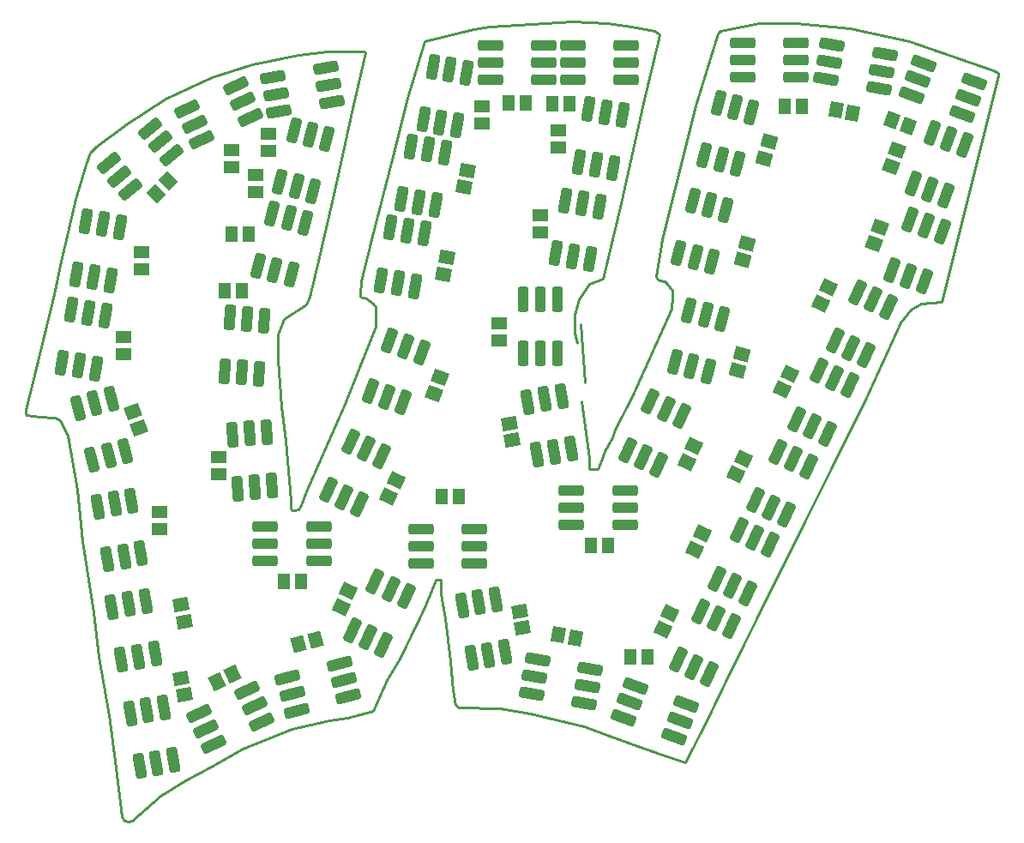
<source format=gtp>
G04*
G04 #@! TF.GenerationSoftware,Altium Limited,Altium Designer,18.0.9 (584)*
G04*
G04 Layer_Color=8421504*
%FSLAX25Y25*%
%MOIN*%
G70*
G01*
G75*
%ADD10C,0.01000*%
G04:AMPARAMS|DCode=11|XSize=98.43mil|YSize=43.31mil|CornerRadius=10.83mil|HoleSize=0mil|Usage=FLASHONLY|Rotation=0.000|XOffset=0mil|YOffset=0mil|HoleType=Round|Shape=RoundedRectangle|*
%AMROUNDEDRECTD11*
21,1,0.09843,0.02165,0,0,0.0*
21,1,0.07677,0.04331,0,0,0.0*
1,1,0.02165,0.03839,-0.01083*
1,1,0.02165,-0.03839,-0.01083*
1,1,0.02165,-0.03839,0.01083*
1,1,0.02165,0.03839,0.01083*
%
%ADD11ROUNDEDRECTD11*%
G04:AMPARAMS|DCode=12|XSize=98.43mil|YSize=43.31mil|CornerRadius=10.83mil|HoleSize=0mil|Usage=FLASHONLY|Rotation=80.000|XOffset=0mil|YOffset=0mil|HoleType=Round|Shape=RoundedRectangle|*
%AMROUNDEDRECTD12*
21,1,0.09843,0.02165,0,0,80.0*
21,1,0.07677,0.04331,0,0,80.0*
1,1,0.02165,0.01733,0.03592*
1,1,0.02165,0.00400,-0.03968*
1,1,0.02165,-0.01733,-0.03592*
1,1,0.02165,-0.00400,0.03968*
%
%ADD12ROUNDEDRECTD12*%
G04:AMPARAMS|DCode=13|XSize=98.43mil|YSize=43.31mil|CornerRadius=10.83mil|HoleSize=0mil|Usage=FLASHONLY|Rotation=70.000|XOffset=0mil|YOffset=0mil|HoleType=Round|Shape=RoundedRectangle|*
%AMROUNDEDRECTD13*
21,1,0.09843,0.02165,0,0,70.0*
21,1,0.07677,0.04331,0,0,70.0*
1,1,0.02165,0.02330,0.03237*
1,1,0.02165,-0.00296,-0.03977*
1,1,0.02165,-0.02330,-0.03237*
1,1,0.02165,0.00296,0.03977*
%
%ADD13ROUNDEDRECTD13*%
G04:AMPARAMS|DCode=14|XSize=98.43mil|YSize=43.31mil|CornerRadius=10.83mil|HoleSize=0mil|Usage=FLASHONLY|Rotation=65.000|XOffset=0mil|YOffset=0mil|HoleType=Round|Shape=RoundedRectangle|*
%AMROUNDEDRECTD14*
21,1,0.09843,0.02165,0,0,65.0*
21,1,0.07677,0.04331,0,0,65.0*
1,1,0.02165,0.02604,0.03021*
1,1,0.02165,-0.00641,-0.03937*
1,1,0.02165,-0.02604,-0.03021*
1,1,0.02165,0.00641,0.03937*
%
%ADD14ROUNDEDRECTD14*%
G04:AMPARAMS|DCode=15|XSize=98.43mil|YSize=43.31mil|CornerRadius=10.83mil|HoleSize=0mil|Usage=FLASHONLY|Rotation=275.000|XOffset=0mil|YOffset=0mil|HoleType=Round|Shape=RoundedRectangle|*
%AMROUNDEDRECTD15*
21,1,0.09843,0.02165,0,0,275.0*
21,1,0.07677,0.04331,0,0,275.0*
1,1,0.02165,-0.00744,-0.03918*
1,1,0.02165,-0.01413,0.03730*
1,1,0.02165,0.00744,0.03918*
1,1,0.02165,0.01413,-0.03730*
%
%ADD15ROUNDEDRECTD15*%
G04:AMPARAMS|DCode=16|XSize=98.43mil|YSize=43.31mil|CornerRadius=10.83mil|HoleSize=0mil|Usage=FLASHONLY|Rotation=265.000|XOffset=0mil|YOffset=0mil|HoleType=Round|Shape=RoundedRectangle|*
%AMROUNDEDRECTD16*
21,1,0.09843,0.02165,0,0,265.0*
21,1,0.07677,0.04331,0,0,265.0*
1,1,0.02165,-0.01413,-0.03730*
1,1,0.02165,-0.00744,0.03918*
1,1,0.02165,0.01413,0.03730*
1,1,0.02165,0.00744,-0.03918*
%
%ADD16ROUNDEDRECTD16*%
G04:AMPARAMS|DCode=17|XSize=98.43mil|YSize=43.31mil|CornerRadius=10.83mil|HoleSize=0mil|Usage=FLASHONLY|Rotation=255.000|XOffset=0mil|YOffset=0mil|HoleType=Round|Shape=RoundedRectangle|*
%AMROUNDEDRECTD17*
21,1,0.09843,0.02165,0,0,255.0*
21,1,0.07677,0.04331,0,0,255.0*
1,1,0.02165,-0.02039,-0.03428*
1,1,0.02165,-0.00052,0.03988*
1,1,0.02165,0.02039,0.03428*
1,1,0.02165,0.00052,-0.03988*
%
%ADD17ROUNDEDRECTD17*%
G04:AMPARAMS|DCode=18|XSize=98.43mil|YSize=43.31mil|CornerRadius=10.83mil|HoleSize=0mil|Usage=FLASHONLY|Rotation=10.000|XOffset=0mil|YOffset=0mil|HoleType=Round|Shape=RoundedRectangle|*
%AMROUNDEDRECTD18*
21,1,0.09843,0.02165,0,0,10.0*
21,1,0.07677,0.04331,0,0,10.0*
1,1,0.02165,0.03968,-0.00400*
1,1,0.02165,-0.03592,-0.01733*
1,1,0.02165,-0.03968,0.00400*
1,1,0.02165,0.03592,0.01733*
%
%ADD18ROUNDEDRECTD18*%
G04:AMPARAMS|DCode=19|XSize=98.43mil|YSize=43.31mil|CornerRadius=10.83mil|HoleSize=0mil|Usage=FLASHONLY|Rotation=25.000|XOffset=0mil|YOffset=0mil|HoleType=Round|Shape=RoundedRectangle|*
%AMROUNDEDRECTD19*
21,1,0.09843,0.02165,0,0,25.0*
21,1,0.07677,0.04331,0,0,25.0*
1,1,0.02165,0.03937,0.00641*
1,1,0.02165,-0.03021,-0.02604*
1,1,0.02165,-0.03937,-0.00641*
1,1,0.02165,0.03021,0.02604*
%
%ADD19ROUNDEDRECTD19*%
G04:AMPARAMS|DCode=20|XSize=98.43mil|YSize=43.31mil|CornerRadius=10.83mil|HoleSize=0mil|Usage=FLASHONLY|Rotation=40.000|XOffset=0mil|YOffset=0mil|HoleType=Round|Shape=RoundedRectangle|*
%AMROUNDEDRECTD20*
21,1,0.09843,0.02165,0,0,40.0*
21,1,0.07677,0.04331,0,0,40.0*
1,1,0.02165,0.03637,0.01638*
1,1,0.02165,-0.02245,-0.03297*
1,1,0.02165,-0.03637,-0.01638*
1,1,0.02165,0.02245,0.03297*
%
%ADD20ROUNDEDRECTD20*%
G04:AMPARAMS|DCode=21|XSize=98.43mil|YSize=43.31mil|CornerRadius=10.83mil|HoleSize=0mil|Usage=FLASHONLY|Rotation=105.000|XOffset=0mil|YOffset=0mil|HoleType=Round|Shape=RoundedRectangle|*
%AMROUNDEDRECTD21*
21,1,0.09843,0.02165,0,0,105.0*
21,1,0.07677,0.04331,0,0,105.0*
1,1,0.02165,0.00052,0.03988*
1,1,0.02165,0.02039,-0.03428*
1,1,0.02165,-0.00052,-0.03988*
1,1,0.02165,-0.02039,0.03428*
%
%ADD21ROUNDEDRECTD21*%
G04:AMPARAMS|DCode=22|XSize=98.43mil|YSize=43.31mil|CornerRadius=10.83mil|HoleSize=0mil|Usage=FLASHONLY|Rotation=100.000|XOffset=0mil|YOffset=0mil|HoleType=Round|Shape=RoundedRectangle|*
%AMROUNDEDRECTD22*
21,1,0.09843,0.02165,0,0,100.0*
21,1,0.07677,0.04331,0,0,100.0*
1,1,0.02165,0.00400,0.03968*
1,1,0.02165,0.01733,-0.03592*
1,1,0.02165,-0.00400,-0.03968*
1,1,0.02165,-0.01733,0.03592*
%
%ADD22ROUNDEDRECTD22*%
G04:AMPARAMS|DCode=23|XSize=98.43mil|YSize=43.31mil|CornerRadius=10.83mil|HoleSize=0mil|Usage=FLASHONLY|Rotation=195.000|XOffset=0mil|YOffset=0mil|HoleType=Round|Shape=RoundedRectangle|*
%AMROUNDEDRECTD23*
21,1,0.09843,0.02165,0,0,195.0*
21,1,0.07677,0.04331,0,0,195.0*
1,1,0.02165,-0.03988,0.00052*
1,1,0.02165,0.03428,0.02039*
1,1,0.02165,0.03988,-0.00052*
1,1,0.02165,-0.03428,-0.02039*
%
%ADD23ROUNDEDRECTD23*%
G04:AMPARAMS|DCode=24|XSize=98.43mil|YSize=43.31mil|CornerRadius=10.83mil|HoleSize=0mil|Usage=FLASHONLY|Rotation=170.000|XOffset=0mil|YOffset=0mil|HoleType=Round|Shape=RoundedRectangle|*
%AMROUNDEDRECTD24*
21,1,0.09843,0.02165,0,0,170.0*
21,1,0.07677,0.04331,0,0,170.0*
1,1,0.02165,-0.03592,0.01733*
1,1,0.02165,0.03968,0.00400*
1,1,0.02165,0.03592,-0.01733*
1,1,0.02165,-0.03968,-0.00400*
%
%ADD24ROUNDEDRECTD24*%
G04:AMPARAMS|DCode=25|XSize=98.43mil|YSize=43.31mil|CornerRadius=10.83mil|HoleSize=0mil|Usage=FLASHONLY|Rotation=160.000|XOffset=0mil|YOffset=0mil|HoleType=Round|Shape=RoundedRectangle|*
%AMROUNDEDRECTD25*
21,1,0.09843,0.02165,0,0,160.0*
21,1,0.07677,0.04331,0,0,160.0*
1,1,0.02165,-0.03237,0.02330*
1,1,0.02165,0.03977,-0.00296*
1,1,0.02165,0.03237,-0.02330*
1,1,0.02165,-0.03977,0.00296*
%
%ADD25ROUNDEDRECTD25*%
G04:AMPARAMS|DCode=26|XSize=98.43mil|YSize=43.31mil|CornerRadius=10.83mil|HoleSize=0mil|Usage=FLASHONLY|Rotation=270.000|XOffset=0mil|YOffset=0mil|HoleType=Round|Shape=RoundedRectangle|*
%AMROUNDEDRECTD26*
21,1,0.09843,0.02165,0,0,270.0*
21,1,0.07677,0.04331,0,0,270.0*
1,1,0.02165,-0.01083,-0.03839*
1,1,0.02165,-0.01083,0.03839*
1,1,0.02165,0.01083,0.03839*
1,1,0.02165,0.01083,-0.03839*
%
%ADD26ROUNDEDRECTD26*%
%ADD27R,0.05118X0.05906*%
%ADD28R,0.05906X0.05118*%
G04:AMPARAMS|DCode=29|XSize=59.06mil|YSize=51.18mil|CornerRadius=0mil|HoleSize=0mil|Usage=FLASHONLY|Rotation=170.000|XOffset=0mil|YOffset=0mil|HoleType=Round|Shape=Rectangle|*
%AMROTATEDRECTD29*
4,1,4,0.03352,0.02007,0.02464,-0.03033,-0.03352,-0.02007,-0.02464,0.03033,0.03352,0.02007,0.0*
%
%ADD29ROTATEDRECTD29*%

G04:AMPARAMS|DCode=30|XSize=59.06mil|YSize=51.18mil|CornerRadius=0mil|HoleSize=0mil|Usage=FLASHONLY|Rotation=160.000|XOffset=0mil|YOffset=0mil|HoleType=Round|Shape=Rectangle|*
%AMROTATEDRECTD30*
4,1,4,0.03650,0.01395,0.01899,-0.03415,-0.03650,-0.01395,-0.01899,0.03415,0.03650,0.01395,0.0*
%
%ADD30ROTATEDRECTD30*%

G04:AMPARAMS|DCode=31|XSize=59.06mil|YSize=51.18mil|CornerRadius=0mil|HoleSize=0mil|Usage=FLASHONLY|Rotation=155.000|XOffset=0mil|YOffset=0mil|HoleType=Round|Shape=Rectangle|*
%AMROTATEDRECTD31*
4,1,4,0.03758,0.01071,0.01595,-0.03567,-0.03758,-0.01071,-0.01595,0.03567,0.03758,0.01071,0.0*
%
%ADD31ROTATEDRECTD31*%

G04:AMPARAMS|DCode=32|XSize=59.06mil|YSize=51.18mil|CornerRadius=0mil|HoleSize=0mil|Usage=FLASHONLY|Rotation=135.000|XOffset=0mil|YOffset=0mil|HoleType=Round|Shape=Rectangle|*
%AMROTATEDRECTD32*
4,1,4,0.03897,-0.00278,0.00278,-0.03897,-0.03897,0.00278,-0.00278,0.03897,0.03897,-0.00278,0.0*
%
%ADD32ROTATEDRECTD32*%

G04:AMPARAMS|DCode=33|XSize=59.06mil|YSize=51.18mil|CornerRadius=0mil|HoleSize=0mil|Usage=FLASHONLY|Rotation=20.000|XOffset=0mil|YOffset=0mil|HoleType=Round|Shape=Rectangle|*
%AMROTATEDRECTD33*
4,1,4,-0.01899,-0.03415,-0.03650,0.01395,0.01899,0.03415,0.03650,-0.01395,-0.01899,-0.03415,0.0*
%
%ADD33ROTATEDRECTD33*%

G04:AMPARAMS|DCode=34|XSize=59.06mil|YSize=51.18mil|CornerRadius=0mil|HoleSize=0mil|Usage=FLASHONLY|Rotation=190.000|XOffset=0mil|YOffset=0mil|HoleType=Round|Shape=Rectangle|*
%AMROTATEDRECTD34*
4,1,4,0.02464,0.03033,0.03352,-0.02007,-0.02464,-0.03033,-0.03352,0.02007,0.02464,0.03033,0.0*
%
%ADD34ROTATEDRECTD34*%

G04:AMPARAMS|DCode=35|XSize=59.06mil|YSize=51.18mil|CornerRadius=0mil|HoleSize=0mil|Usage=FLASHONLY|Rotation=295.000|XOffset=0mil|YOffset=0mil|HoleType=Round|Shape=Rectangle|*
%AMROTATEDRECTD35*
4,1,4,-0.03567,0.01595,0.01071,0.03758,0.03567,-0.01595,-0.01071,-0.03758,-0.03567,0.01595,0.0*
%
%ADD35ROTATEDRECTD35*%

G04:AMPARAMS|DCode=36|XSize=59.06mil|YSize=51.18mil|CornerRadius=0mil|HoleSize=0mil|Usage=FLASHONLY|Rotation=285.000|XOffset=0mil|YOffset=0mil|HoleType=Round|Shape=Rectangle|*
%AMROTATEDRECTD36*
4,1,4,-0.03236,0.02190,0.01708,0.03515,0.03236,-0.02190,-0.01708,-0.03515,-0.03236,0.02190,0.0*
%
%ADD36ROTATEDRECTD36*%

G04:AMPARAMS|DCode=37|XSize=59.06mil|YSize=51.18mil|CornerRadius=0mil|HoleSize=0mil|Usage=FLASHONLY|Rotation=260.000|XOffset=0mil|YOffset=0mil|HoleType=Round|Shape=Rectangle|*
%AMROTATEDRECTD37*
4,1,4,-0.02007,0.03352,0.03033,0.02464,0.02007,-0.03352,-0.03033,-0.02464,-0.02007,0.03352,0.0*
%
%ADD37ROTATEDRECTD37*%

G04:AMPARAMS|DCode=38|XSize=59.06mil|YSize=51.18mil|CornerRadius=0mil|HoleSize=0mil|Usage=FLASHONLY|Rotation=70.000|XOffset=0mil|YOffset=0mil|HoleType=Round|Shape=Rectangle|*
%AMROTATEDRECTD38*
4,1,4,0.01395,-0.03650,-0.03415,-0.01899,-0.01395,0.03650,0.03415,0.01899,0.01395,-0.03650,0.0*
%
%ADD38ROTATEDRECTD38*%

G04:AMPARAMS|DCode=39|XSize=59.06mil|YSize=51.18mil|CornerRadius=0mil|HoleSize=0mil|Usage=FLASHONLY|Rotation=165.000|XOffset=0mil|YOffset=0mil|HoleType=Round|Shape=Rectangle|*
%AMROTATEDRECTD39*
4,1,4,0.03515,0.01708,0.02190,-0.03236,-0.03515,-0.01708,-0.02190,0.03236,0.03515,0.01708,0.0*
%
%ADD39ROTATEDRECTD39*%

D10*
X418200Y351247D02*
X419700Y328747D01*
X542500Y352000D02*
X546500Y357000D01*
X311500Y286500D02*
X317500Y300000D01*
X306000Y194000D02*
X320500Y197500D01*
X230000Y420500D02*
X241500Y429000D01*
X337500Y201000D02*
X343000Y213000D01*
X214000Y315000D02*
X216000Y314000D01*
X313000Y362000D02*
X316500Y377500D01*
X446000Y340500D02*
X453500Y357500D01*
X450000Y184000D02*
X456000Y182000D01*
X427000Y369000D02*
X434000Y398500D01*
X450000Y384500D02*
X463000Y436500D01*
X416000Y348000D02*
X417000Y344000D01*
X231000Y222000D02*
X235000Y199500D01*
X431500Y310500D02*
X438500Y324000D01*
X472500Y465500D02*
X487500Y468500D01*
X290500Y452500D02*
X308500Y456000D01*
X417500Y361000D02*
X421500Y367000D01*
X333000Y336500D02*
X338500Y350500D01*
X427500Y192000D02*
X438500Y188000D01*
X308500Y279500D02*
X309500Y281000D01*
X398500Y200000D02*
X419500Y195000D01*
X329000Y432500D02*
X334000Y454000D01*
X357500Y241500D02*
X361000Y249500D01*
X222500Y287000D02*
X224500Y267000D01*
X257000Y439000D02*
X275000Y447500D01*
X456000Y182000D02*
X459000Y181000D01*
X502000Y468500D02*
X523000Y466500D01*
X453500Y357500D02*
X454000Y362000D01*
X546000Y461500D02*
X578500Y450000D01*
X438500Y324000D02*
X446000Y340500D01*
X415000Y469000D02*
X428500Y468500D01*
X216000Y374500D02*
X222000Y400000D01*
X419500Y195000D02*
X427500Y192000D01*
X471500Y464500D02*
X472500Y465500D01*
X416000Y355000D02*
X417500Y361000D01*
X287000Y186500D02*
X306000Y194000D01*
X242500Y158000D02*
X244000Y158500D01*
X224500Y267000D02*
X229000Y239500D01*
X300500Y337500D02*
Y347500D01*
X383000Y467000D02*
X415000Y469000D01*
X428500Y468500D02*
X438000Y467000D01*
X334000Y457500D02*
X334500Y457000D01*
X528500Y321500D02*
X542500Y352000D01*
X303000Y353500D02*
X311500Y359000D01*
X215000Y369500D02*
X216000Y374500D01*
X426000Y297500D02*
X427500Y302000D01*
X448500Y462500D02*
X449000Y464000D01*
X345000Y415500D02*
X351000Y439500D01*
X332500Y362000D02*
X335000Y361500D01*
X255000Y168000D02*
X264500Y174000D01*
X275000Y447500D02*
X290500Y452500D01*
X208000Y315500D02*
X214000Y315000D01*
X241000Y158500D02*
X242500Y158000D01*
X303500Y306000D02*
X305500Y283000D01*
X244000Y158500D02*
X255000Y168000D01*
X448000Y369000D02*
X449000Y368500D01*
X523000Y466500D02*
X546000Y461500D01*
X274500Y179500D02*
X287000Y186500D01*
X454000Y362000D02*
Y364500D01*
X367500Y220500D02*
X368500Y209000D01*
X429000Y304500D02*
X430500Y307500D01*
X264500Y174000D02*
X274500Y179500D01*
X447500Y370000D02*
X450000Y384500D01*
X354500Y235000D02*
X357500Y241500D01*
X365500Y237000D02*
X367500Y220500D01*
X452000Y367000D02*
X454000Y364500D01*
X421500Y367000D02*
X427000Y369000D01*
X416000Y348000D02*
Y355000D01*
X580500Y448000D02*
Y449000D01*
X447500Y370000D02*
X448000Y369000D01*
X427500Y302000D02*
X429000Y304500D01*
X222000Y400000D02*
X226000Y413500D01*
X449000Y368500D02*
X451000Y368000D01*
X337500Y359500D02*
X338500Y358000D01*
X558500Y360000D02*
X580500Y448000D01*
X322500Y403500D02*
X329000Y432500D01*
X311500Y359000D02*
X313000Y362000D01*
X219000Y308000D02*
X222500Y287000D01*
X387000Y202000D02*
X398500Y200000D01*
X308500Y456000D02*
X320000Y457500D01*
X421500Y295000D02*
Y299500D01*
X227500Y418000D02*
X230000Y420500D01*
X463000Y436500D02*
X471500Y464500D01*
X376500Y466000D02*
X383000Y467000D01*
X487500Y468500D02*
X502000D01*
X425000Y295000D02*
X426000Y297500D01*
X334000Y454000D02*
X334500Y457000D01*
X213500Y363000D02*
X215000Y369500D01*
X362000Y252000D02*
X364000D01*
X430500Y307500D02*
X431500Y310500D01*
X332500Y363000D02*
X333000Y368000D01*
X203000Y316000D02*
X208000Y315500D01*
X459000Y181000D02*
X467500Y198000D01*
X476000Y215500D02*
X492500Y249000D01*
X528500Y321500D01*
X451000Y368000D02*
X452000Y367000D01*
X226000Y413500D02*
X227500Y418000D01*
X240000Y160000D02*
X241000Y158500D01*
X241500Y429000D02*
X257000Y439000D01*
X316500Y377500D02*
X322500Y403500D01*
X237500Y179000D02*
X240000Y160000D01*
X320500Y197500D02*
X327500Y198500D01*
X467500Y198000D02*
X476000Y215500D01*
X438500Y188000D02*
X450000Y184000D01*
X333000Y368000D02*
X337000Y384500D01*
X302000Y319500D02*
X303500Y306000D01*
X364000Y246500D02*
Y252000D01*
X421500Y295000D02*
X425000D01*
X335000Y361500D02*
X337500Y359500D01*
X202500Y316500D02*
Y318000D01*
X578500Y450000D02*
X580500Y449000D01*
X368500Y209000D02*
X369500Y203500D01*
X338500Y350500D02*
Y358000D01*
X438500Y419500D02*
X442500Y437500D01*
X357500Y461500D02*
X376500Y466000D01*
X235000Y199500D02*
X237500Y179000D01*
X550500Y359500D02*
X558500Y360000D01*
X206500Y334500D02*
X213500Y363000D01*
X369500Y203500D02*
X371000Y202500D01*
X202500Y318000D02*
X206500Y334500D01*
X320000Y457500D02*
X334000D01*
X447000Y465500D02*
X449000Y464000D01*
X361000Y249500D02*
X362000Y252000D01*
X300500Y337500D02*
X302000Y319500D01*
X364000Y246500D02*
X365500Y237000D01*
X229000Y239500D02*
X231000Y222000D01*
X418500Y321500D02*
X421500Y299500D01*
X343000Y213000D02*
X348000Y221500D01*
X351000Y439500D02*
X357500Y461500D01*
X305500Y280000D02*
Y283000D01*
X327500Y198500D02*
X337500Y201000D01*
X442500Y437500D02*
X448500Y462500D01*
X317500Y300000D02*
X326500Y320500D01*
X434000Y398500D02*
X438500Y419500D01*
X300500Y347500D02*
X303000Y353500D01*
X307000Y279000D02*
X308500Y279500D01*
X202500Y316500D02*
X203000Y316000D01*
X337000Y384500D02*
X345000Y415500D01*
X309500Y281000D02*
X311500Y286500D01*
X371000Y202500D02*
X387000Y202000D01*
X348000Y221500D02*
X354500Y235000D01*
X546500Y357000D02*
X550500Y359500D01*
X332500Y362000D02*
Y363000D01*
X305500Y280000D02*
X306000Y279000D01*
X216000Y314000D02*
X219000Y308000D01*
X438000Y467000D02*
X447000Y465500D01*
X306000Y279000D02*
X307000D01*
X326500Y320500D02*
X333000Y336500D01*
D11*
X435933Y459693D02*
D03*
Y453000D02*
D03*
Y446307D02*
D03*
X415067D02*
D03*
Y453000D02*
D03*
Y459693D02*
D03*
X403933D02*
D03*
Y453000D02*
D03*
Y446307D02*
D03*
X383067D02*
D03*
Y453000D02*
D03*
Y459693D02*
D03*
X316433Y272693D02*
D03*
Y266000D02*
D03*
Y259307D02*
D03*
X295567D02*
D03*
Y266000D02*
D03*
Y272693D02*
D03*
X356067Y258307D02*
D03*
Y265000D02*
D03*
Y271693D02*
D03*
X376933D02*
D03*
Y265000D02*
D03*
Y258307D02*
D03*
X501933Y460693D02*
D03*
Y454000D02*
D03*
Y447307D02*
D03*
X481067D02*
D03*
Y454000D02*
D03*
Y460693D02*
D03*
X435433Y286693D02*
D03*
Y280000D02*
D03*
Y273307D02*
D03*
X414567D02*
D03*
Y280000D02*
D03*
Y286693D02*
D03*
D12*
X360720Y451437D02*
D03*
X367312Y450275D02*
D03*
X373903Y449112D02*
D03*
X370280Y428563D02*
D03*
X363688Y429725D02*
D03*
X357097Y430888D02*
D03*
X352220Y420437D02*
D03*
X358812Y419275D02*
D03*
X365403Y418112D02*
D03*
X361780Y397563D02*
D03*
X355188Y398725D02*
D03*
X348597Y399888D02*
D03*
X344220Y388937D02*
D03*
X350812Y387775D02*
D03*
X357403Y386612D02*
D03*
X353780Y366063D02*
D03*
X347188Y367225D02*
D03*
X340597Y368388D02*
D03*
X225941Y391373D02*
D03*
X232532Y390211D02*
D03*
X239123Y389049D02*
D03*
X235500Y368500D02*
D03*
X228909Y369662D02*
D03*
X222318Y370824D02*
D03*
X220220Y356937D02*
D03*
X226812Y355775D02*
D03*
X233403Y354612D02*
D03*
X229780Y334063D02*
D03*
X223188Y335225D02*
D03*
X216597Y336388D02*
D03*
X421780Y376563D02*
D03*
X415188Y377725D02*
D03*
X408597Y378888D02*
D03*
X412220Y399437D02*
D03*
X418812Y398275D02*
D03*
X425403Y397112D02*
D03*
X430780Y412063D02*
D03*
X424188Y413225D02*
D03*
X417597Y414388D02*
D03*
X421220Y434937D02*
D03*
X427812Y433775D02*
D03*
X434403Y432612D02*
D03*
D13*
X343779Y345093D02*
D03*
X350068Y342804D02*
D03*
X356358Y340515D02*
D03*
X349221Y320907D02*
D03*
X342932Y323196D02*
D03*
X336642Y325485D02*
D03*
X551721Y367907D02*
D03*
X545432Y370196D02*
D03*
X539142Y372485D02*
D03*
X546279Y392093D02*
D03*
X552568Y389804D02*
D03*
X558858Y387515D02*
D03*
X560221Y401407D02*
D03*
X553932Y403696D02*
D03*
X547642Y405985D02*
D03*
X554779Y425593D02*
D03*
X561068Y423304D02*
D03*
X567358Y421015D02*
D03*
D14*
X328843Y305784D02*
D03*
X334909Y302956D02*
D03*
X340975Y300127D02*
D03*
X332157Y281216D02*
D03*
X326091Y284044D02*
D03*
X320025Y286873D02*
D03*
X341657Y226716D02*
D03*
X335591Y229544D02*
D03*
X329525Y232373D02*
D03*
X338343Y251284D02*
D03*
X344409Y248456D02*
D03*
X350475Y245627D02*
D03*
X468157Y215216D02*
D03*
X462091Y218044D02*
D03*
X456025Y220873D02*
D03*
X464843Y239784D02*
D03*
X470909Y236956D02*
D03*
X476975Y234127D02*
D03*
X483157Y246716D02*
D03*
X477091Y249544D02*
D03*
X471025Y252373D02*
D03*
X479843Y271284D02*
D03*
X485909Y268456D02*
D03*
X491975Y265627D02*
D03*
X498157Y277216D02*
D03*
X492091Y280044D02*
D03*
X486025Y282873D02*
D03*
X494843Y301784D02*
D03*
X500909Y298956D02*
D03*
X506975Y296127D02*
D03*
X514157Y308716D02*
D03*
X508091Y311544D02*
D03*
X502025Y314373D02*
D03*
X510843Y333284D02*
D03*
X516909Y330456D02*
D03*
X522975Y327627D02*
D03*
X529157Y339216D02*
D03*
X523091Y342044D02*
D03*
X517025Y344873D02*
D03*
X525843Y363784D02*
D03*
X531909Y360956D02*
D03*
X537975Y358127D02*
D03*
X445343Y321284D02*
D03*
X451409Y318456D02*
D03*
X457475Y315627D02*
D03*
X448657Y296716D02*
D03*
X442591Y299544D02*
D03*
X436525Y302373D02*
D03*
D15*
X298077Y288690D02*
D03*
X291409Y288107D02*
D03*
X284742Y287523D02*
D03*
X282923Y308310D02*
D03*
X289591Y308893D02*
D03*
X296258Y309477D02*
D03*
D16*
X293258Y332023D02*
D03*
X286591Y332607D02*
D03*
X279923Y333190D02*
D03*
X281742Y353977D02*
D03*
X288409Y353393D02*
D03*
X295077Y352810D02*
D03*
D17*
X305765Y370690D02*
D03*
X299300Y372422D02*
D03*
X292835Y374155D02*
D03*
X298235Y394310D02*
D03*
X304700Y392578D02*
D03*
X311165Y390845D02*
D03*
X314265Y403190D02*
D03*
X307800Y404922D02*
D03*
X301335Y406655D02*
D03*
X306735Y426810D02*
D03*
X313200Y425078D02*
D03*
X319665Y423345D02*
D03*
X471735Y437310D02*
D03*
X478200Y435578D02*
D03*
X484665Y433845D02*
D03*
X479265Y413690D02*
D03*
X472800Y415422D02*
D03*
X466335Y417155D02*
D03*
X461735Y399310D02*
D03*
X468200Y397578D02*
D03*
X474665Y395845D02*
D03*
X469265Y375690D02*
D03*
X462800Y377422D02*
D03*
X456335Y379155D02*
D03*
X460235Y356810D02*
D03*
X466700Y355078D02*
D03*
X473165Y353345D02*
D03*
X467765Y333190D02*
D03*
X461300Y334922D02*
D03*
X454835Y336655D02*
D03*
D18*
X319112Y450903D02*
D03*
X320275Y444312D02*
D03*
X321437Y437720D02*
D03*
X300888Y434097D02*
D03*
X299725Y440688D02*
D03*
X298563Y447280D02*
D03*
D19*
X284127Y443975D02*
D03*
X286956Y437909D02*
D03*
X289784Y431843D02*
D03*
X270873Y423025D02*
D03*
X268044Y429091D02*
D03*
X265216Y435157D02*
D03*
X275373Y188025D02*
D03*
X272544Y194091D02*
D03*
X269716Y200157D02*
D03*
X288627Y208975D02*
D03*
X291456Y202909D02*
D03*
X294284Y196843D02*
D03*
D20*
X250690Y427333D02*
D03*
X254992Y422206D02*
D03*
X259294Y417079D02*
D03*
X243310Y403667D02*
D03*
X239008Y408794D02*
D03*
X234706Y413921D02*
D03*
D21*
X222835Y318845D02*
D03*
X229300Y320578D02*
D03*
X235765Y322310D02*
D03*
X241165Y302155D02*
D03*
X234700Y300422D02*
D03*
X228235Y298690D02*
D03*
D22*
X230500Y280500D02*
D03*
X237091Y281662D02*
D03*
X243683Y282824D02*
D03*
X247306Y262275D02*
D03*
X240715Y261113D02*
D03*
X234123Y259951D02*
D03*
X236000Y241500D02*
D03*
X242591Y242662D02*
D03*
X249183Y243824D02*
D03*
X252806Y223275D02*
D03*
X246215Y222113D02*
D03*
X239623Y220951D02*
D03*
X243097Y200112D02*
D03*
X249688Y201275D02*
D03*
X256280Y202437D02*
D03*
X259903Y181888D02*
D03*
X253312Y180725D02*
D03*
X246720Y179563D02*
D03*
X372097Y242112D02*
D03*
X378688Y243275D02*
D03*
X385280Y244437D02*
D03*
X388903Y223888D02*
D03*
X382312Y222725D02*
D03*
X375720Y221563D02*
D03*
X414403Y302888D02*
D03*
X407812Y301725D02*
D03*
X401220Y300563D02*
D03*
X397597Y321112D02*
D03*
X404188Y322275D02*
D03*
X410780Y323437D02*
D03*
D23*
X307809Y201170D02*
D03*
X306077Y207635D02*
D03*
X304345Y214099D02*
D03*
X324500Y219500D02*
D03*
X326232Y213035D02*
D03*
X327964Y206570D02*
D03*
D24*
X399063Y207720D02*
D03*
X400225Y214312D02*
D03*
X401388Y220903D02*
D03*
X421937Y217280D02*
D03*
X420775Y210688D02*
D03*
X419612Y204097D02*
D03*
X536437Y456280D02*
D03*
X535275Y449688D02*
D03*
X534112Y443097D02*
D03*
X513563Y446720D02*
D03*
X514725Y453312D02*
D03*
X515888Y459903D02*
D03*
D25*
X434907Y198279D02*
D03*
X437196Y204568D02*
D03*
X439485Y210858D02*
D03*
X459093Y203721D02*
D03*
X456804Y197432D02*
D03*
X454515Y191142D02*
D03*
X571093Y445721D02*
D03*
X568804Y439432D02*
D03*
X566515Y433142D02*
D03*
X546907Y440279D02*
D03*
X549196Y446568D02*
D03*
X551485Y452858D02*
D03*
D26*
X409193Y340000D02*
D03*
X402500D02*
D03*
X395807D02*
D03*
Y360866D02*
D03*
X402500D02*
D03*
X409193D02*
D03*
D27*
X407154Y437000D02*
D03*
X413846D02*
D03*
X390154Y437500D02*
D03*
X396846D02*
D03*
X302807Y251500D02*
D03*
X309500D02*
D03*
X279807Y364500D02*
D03*
X286500D02*
D03*
X282500Y386500D02*
D03*
X289193D02*
D03*
X371000Y284500D02*
D03*
X364307D02*
D03*
X444193Y222000D02*
D03*
X437500D02*
D03*
X497654Y436000D02*
D03*
X504346D02*
D03*
X422154Y265500D02*
D03*
X428846D02*
D03*
D28*
X380000Y429307D02*
D03*
Y436000D02*
D03*
X277500Y299846D02*
D03*
Y293154D02*
D03*
X292000Y409346D02*
D03*
Y402654D02*
D03*
X297000Y425346D02*
D03*
Y418654D02*
D03*
X282500Y412500D02*
D03*
Y419193D02*
D03*
X247500Y372654D02*
D03*
Y379346D02*
D03*
X240500Y339654D02*
D03*
Y346346D02*
D03*
X254500Y271654D02*
D03*
Y278346D02*
D03*
X386500Y351846D02*
D03*
Y345154D02*
D03*
X402500Y393846D02*
D03*
Y387154D02*
D03*
X409500Y426846D02*
D03*
Y420154D02*
D03*
D29*
X372919Y404551D02*
D03*
X374081Y411142D02*
D03*
X364919Y370704D02*
D03*
X366081Y377296D02*
D03*
D30*
X361355Y324355D02*
D03*
X363645Y330645D02*
D03*
X534645Y389145D02*
D03*
X532355Y382855D02*
D03*
X541145Y419145D02*
D03*
X538856Y412855D02*
D03*
D31*
X343586Y284467D02*
D03*
X346414Y290533D02*
D03*
X327914Y247533D02*
D03*
X325086Y241467D02*
D03*
X499414Y332033D02*
D03*
X496586Y325967D02*
D03*
X514414Y365533D02*
D03*
X511586Y359467D02*
D03*
X459452Y297833D02*
D03*
X462281Y303899D02*
D03*
X452914Y238879D02*
D03*
X450086Y232814D02*
D03*
X465414Y269879D02*
D03*
X462586Y263813D02*
D03*
X481414Y299186D02*
D03*
X478586Y293121D02*
D03*
D32*
X253134Y402134D02*
D03*
X257866Y406866D02*
D03*
D33*
X244211Y317289D02*
D03*
X246500Y311000D02*
D03*
D34*
X264081Y235704D02*
D03*
X262919Y242296D02*
D03*
X264081Y207204D02*
D03*
X262919Y213796D02*
D03*
X395581Y233204D02*
D03*
X394419Y239796D02*
D03*
X390419Y312796D02*
D03*
X391581Y306204D02*
D03*
D35*
X282899Y215281D02*
D03*
X276833Y212452D02*
D03*
D36*
X315099Y228732D02*
D03*
X308634Y227000D02*
D03*
D37*
X416142Y229419D02*
D03*
X409551Y230581D02*
D03*
X517358Y434581D02*
D03*
X523949Y433419D02*
D03*
D38*
X539355Y430645D02*
D03*
X545645Y428356D02*
D03*
D39*
X489634Y415768D02*
D03*
X491366Y422232D02*
D03*
X481134Y376268D02*
D03*
X482866Y382732D02*
D03*
X479134Y333268D02*
D03*
X480866Y339732D02*
D03*
M02*

</source>
